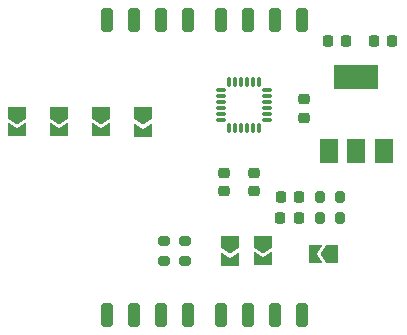
<source format=gbr>
%TF.GenerationSoftware,KiCad,Pcbnew,6.0.2-378541a8eb~116~ubuntu20.04.1*%
%TF.CreationDate,2022-03-15T11:55:06+02:00*%
%TF.ProjectId,ActionPCB,41637469-6f6e-4504-9342-2e6b69636164,rev?*%
%TF.SameCoordinates,Original*%
%TF.FileFunction,Soldermask,Top*%
%TF.FilePolarity,Negative*%
%FSLAX46Y46*%
G04 Gerber Fmt 4.6, Leading zero omitted, Abs format (unit mm)*
G04 Created by KiCad (PCBNEW 6.0.2-378541a8eb~116~ubuntu20.04.1) date 2022-03-15 11:55:06*
%MOMM*%
%LPD*%
G01*
G04 APERTURE LIST*
G04 Aperture macros list*
%AMRoundRect*
0 Rectangle with rounded corners*
0 $1 Rounding radius*
0 $2 $3 $4 $5 $6 $7 $8 $9 X,Y pos of 4 corners*
0 Add a 4 corners polygon primitive as box body*
4,1,4,$2,$3,$4,$5,$6,$7,$8,$9,$2,$3,0*
0 Add four circle primitives for the rounded corners*
1,1,$1+$1,$2,$3*
1,1,$1+$1,$4,$5*
1,1,$1+$1,$6,$7*
1,1,$1+$1,$8,$9*
0 Add four rect primitives between the rounded corners*
20,1,$1+$1,$2,$3,$4,$5,0*
20,1,$1+$1,$4,$5,$6,$7,0*
20,1,$1+$1,$6,$7,$8,$9,0*
20,1,$1+$1,$8,$9,$2,$3,0*%
%AMFreePoly0*
4,1,6,1.000000,0.000000,0.500000,-0.750000,-0.500000,-0.750000,-0.500000,0.750000,0.500000,0.750000,1.000000,0.000000,1.000000,0.000000,$1*%
%AMFreePoly1*
4,1,6,0.500000,-0.750000,-0.650000,-0.750000,-0.150000,0.000000,-0.650000,0.750000,0.500000,0.750000,0.500000,-0.750000,0.500000,-0.750000,$1*%
G04 Aperture macros list end*
%ADD10RoundRect,0.075000X-0.350000X-0.075000X0.350000X-0.075000X0.350000X0.075000X-0.350000X0.075000X0*%
%ADD11RoundRect,0.075000X0.075000X-0.350000X0.075000X0.350000X-0.075000X0.350000X-0.075000X-0.350000X0*%
%ADD12RoundRect,0.250000X-0.250000X-0.750000X0.250000X-0.750000X0.250000X0.750000X-0.250000X0.750000X0*%
%ADD13RoundRect,0.218750X0.218750X0.256250X-0.218750X0.256250X-0.218750X-0.256250X0.218750X-0.256250X0*%
%ADD14RoundRect,0.200000X0.200000X0.275000X-0.200000X0.275000X-0.200000X-0.275000X0.200000X-0.275000X0*%
%ADD15FreePoly0,270.000000*%
%ADD16FreePoly1,270.000000*%
%ADD17RoundRect,0.225000X0.225000X0.250000X-0.225000X0.250000X-0.225000X-0.250000X0.225000X-0.250000X0*%
%ADD18R,1.500000X2.000000*%
%ADD19R,3.800000X2.000000*%
%ADD20RoundRect,0.225000X-0.250000X0.225000X-0.250000X-0.225000X0.250000X-0.225000X0.250000X0.225000X0*%
%ADD21RoundRect,0.200000X-0.275000X0.200000X-0.275000X-0.200000X0.275000X-0.200000X0.275000X0.200000X0*%
%ADD22RoundRect,0.225000X0.250000X-0.225000X0.250000X0.225000X-0.250000X0.225000X-0.250000X-0.225000X0*%
%ADD23RoundRect,0.225000X-0.225000X-0.250000X0.225000X-0.250000X0.225000X0.250000X-0.225000X0.250000X0*%
%ADD24FreePoly0,180.000000*%
%ADD25FreePoly1,180.000000*%
G04 APERTURE END LIST*
D10*
%TO.C,U1*%
X124696000Y-41965000D03*
X124696000Y-42465000D03*
X124696000Y-42965000D03*
X124696000Y-43465000D03*
X124696000Y-43965000D03*
X124696000Y-44465000D03*
D11*
X125396000Y-45165000D03*
X125896000Y-45165000D03*
X126396000Y-45165000D03*
X126896000Y-45165000D03*
X127396000Y-45165000D03*
X127896000Y-45165000D03*
D10*
X128596000Y-44465000D03*
X128596000Y-43965000D03*
X128596000Y-43465000D03*
X128596000Y-42965000D03*
X128596000Y-42465000D03*
X128596000Y-41965000D03*
D11*
X127896000Y-41265000D03*
X127396000Y-41265000D03*
X126896000Y-41265000D03*
X126396000Y-41265000D03*
X125896000Y-41265000D03*
X125396000Y-41265000D03*
%TD*%
D12*
%TO.C,P16*%
X114990000Y-36000000D03*
%TD*%
%TO.C,P4*%
X124642000Y-61000000D03*
%TD*%
D13*
%TO.C,D2*%
X131294500Y-52765000D03*
X129719500Y-52765000D03*
%TD*%
D14*
%TO.C,R3*%
X134748000Y-50987000D03*
X133098000Y-50987000D03*
%TD*%
D12*
%TO.C,P14*%
X119562000Y-36000000D03*
%TD*%
D15*
%TO.C,JP2*%
X125478000Y-54834000D03*
D16*
X125478000Y-56284000D03*
%TD*%
D17*
%TO.C,C4*%
X139194000Y-37779000D03*
X137644000Y-37779000D03*
%TD*%
D12*
%TO.C,P3*%
X126928000Y-61000000D03*
%TD*%
%TO.C,P12*%
X124642000Y-36000000D03*
%TD*%
%TO.C,P11*%
X126928000Y-36000000D03*
%TD*%
D18*
%TO.C,U2*%
X133846000Y-47127000D03*
D19*
X136146000Y-40827000D03*
D18*
X136146000Y-47127000D03*
X138446000Y-47127000D03*
%TD*%
D15*
%TO.C,JP7*%
X107444000Y-43875000D03*
D16*
X107444000Y-45325000D03*
%TD*%
D15*
%TO.C,JP6*%
X111000000Y-43875000D03*
D16*
X111000000Y-45325000D03*
%TD*%
D12*
%TO.C,P8*%
X114990000Y-61000000D03*
%TD*%
D20*
%TO.C,C1*%
X124970000Y-48929000D03*
X124970000Y-50479000D03*
%TD*%
D21*
%TO.C,R2*%
X121668000Y-54734000D03*
X121668000Y-56384000D03*
%TD*%
D20*
%TO.C,C2*%
X127510000Y-48942000D03*
X127510000Y-50492000D03*
%TD*%
D15*
%TO.C,JP5*%
X114556000Y-43875000D03*
D16*
X114556000Y-45325000D03*
%TD*%
D13*
%TO.C,D1*%
X131320000Y-50987000D03*
X129745000Y-50987000D03*
%TD*%
D22*
%TO.C,C5*%
X131701000Y-44275000D03*
X131701000Y-42725000D03*
%TD*%
D12*
%TO.C,P13*%
X121848000Y-36000000D03*
%TD*%
D14*
%TO.C,R4*%
X134749000Y-52765000D03*
X133099000Y-52765000D03*
%TD*%
D12*
%TO.C,P2*%
X129214000Y-61000000D03*
%TD*%
%TO.C,P15*%
X117276000Y-36000000D03*
%TD*%
D23*
%TO.C,C3*%
X133733000Y-37779000D03*
X135283000Y-37779000D03*
%TD*%
D12*
%TO.C,P6*%
X119562000Y-61000000D03*
%TD*%
%TO.C,P1*%
X131500000Y-61000000D03*
%TD*%
D24*
%TO.C,JP1*%
X134077000Y-55813000D03*
D25*
X132627000Y-55813000D03*
%TD*%
D12*
%TO.C,P7*%
X117276000Y-61000000D03*
%TD*%
D15*
%TO.C,JP4*%
X118112000Y-43912000D03*
D16*
X118112000Y-45362000D03*
%TD*%
D15*
%TO.C,JP3*%
X128272000Y-54797000D03*
D16*
X128272000Y-56247000D03*
%TD*%
D12*
%TO.C,P9*%
X131500000Y-36000000D03*
%TD*%
%TO.C,P10*%
X129214000Y-36000000D03*
%TD*%
%TO.C,P5*%
X121848000Y-61000000D03*
%TD*%
D21*
%TO.C,R1*%
X119890000Y-54734000D03*
X119890000Y-56384000D03*
%TD*%
M02*

</source>
